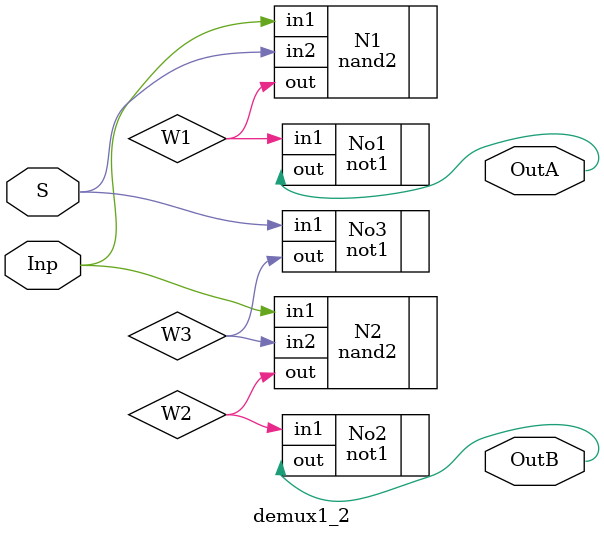
<source format=v>
module demux1_2(Inp, S, OutA, OutB);

input Inp, S;   	//Input Signal
output OutA, OutB;	//1 BIT OUTPUTS A AND B

wire W1, W2, W3;


//Instantiating Gates
nand2 N1(.in1(Inp), .in2(S), .out(W1)); 	 
nand2 N2(.in1(Inp), .in2(W3), .out(W2));	
not1  No3(.in1(S),  .out(W3));			
not1  No1(.in1(W1), .out(OutA));		
not1  No2(.in1(W2), .out(OutB));	

endmodule



</source>
